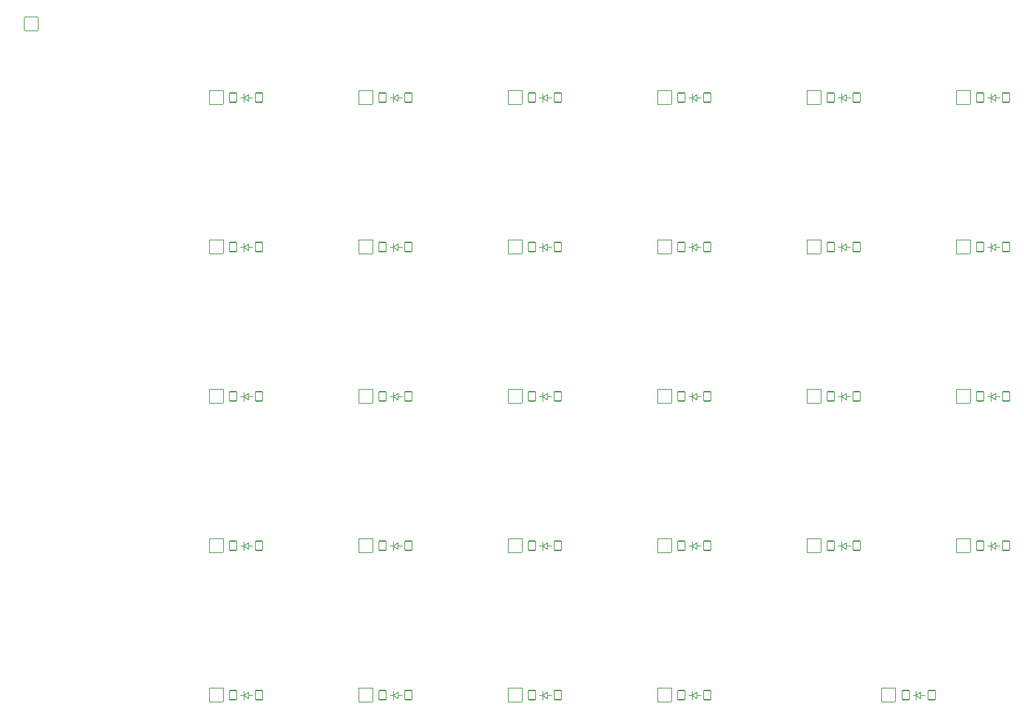
<source format=gbo>
%TF.GenerationSoftware,KiCad,Pcbnew,9.0.4*%
%TF.CreationDate,2025-09-30T19:49:13-05:00*%
%TF.ProjectId,keyboard,6b657962-6f61-4726-942e-6b696361645f,v1.0.0*%
%TF.SameCoordinates,Original*%
%TF.FileFunction,Legend,Bot*%
%TF.FilePolarity,Positive*%
%FSLAX46Y46*%
G04 Gerber Fmt 4.6, Leading zero omitted, Abs format (unit mm)*
G04 Created by KiCad (PCBNEW 9.0.4) date 2025-09-30 19:49:13*
%MOMM*%
%LPD*%
G01*
G04 APERTURE LIST*
G04 Aperture macros list*
%AMRoundRect*
0 Rectangle with rounded corners*
0 $1 Rounding radius*
0 $2 $3 $4 $5 $6 $7 $8 $9 X,Y pos of 4 corners*
0 Add a 4 corners polygon primitive as box body*
4,1,4,$2,$3,$4,$5,$6,$7,$8,$9,$2,$3,0*
0 Add four circle primitives for the rounded corners*
1,1,$1+$1,$2,$3*
1,1,$1+$1,$4,$5*
1,1,$1+$1,$6,$7*
1,1,$1+$1,$8,$9*
0 Add four rect primitives between the rounded corners*
20,1,$1+$1,$2,$3,$4,$5,0*
20,1,$1+$1,$4,$5,$6,$7,0*
20,1,$1+$1,$6,$7,$8,$9,0*
20,1,$1+$1,$8,$9,$2,$3,0*%
G04 Aperture macros list end*
%ADD10C,0.100000*%
%ADD11R,1.752600X1.752600*%
%ADD12C,1.752600*%
%ADD13RoundRect,0.050000X-0.889000X-0.889000X0.889000X-0.889000X0.889000X0.889000X-0.889000X0.889000X0*%
%ADD14RoundRect,0.050000X-0.450000X-0.600000X0.450000X-0.600000X0.450000X0.600000X-0.450000X0.600000X0*%
%ADD15C,2.005000*%
%ADD16C,1.801800*%
%ADD17C,4.087800*%
%ADD18C,2.386000*%
%ADD19RoundRect,0.050000X-0.876300X0.876300X-0.876300X-0.876300X0.876300X-0.876300X0.876300X0.876300X0*%
%ADD20C,1.852600*%
G04 APERTURE END LIST*
D10*
%TO.C,D29*%
X244500000Y-78800000D02*
X244900000Y-78800000D01*
X244900000Y-78800000D02*
X244900000Y-78250000D01*
X244900000Y-78800000D02*
X244900000Y-79350000D01*
X244900000Y-78800000D02*
X245500000Y-78400000D01*
X245500000Y-78400000D02*
X245500000Y-79200000D01*
X245500000Y-78800000D02*
X246000000Y-78800000D01*
X245500000Y-79200000D02*
X244900000Y-78800000D01*
%TO.C,D26*%
X244500000Y-135950000D02*
X244900000Y-135950000D01*
X244900000Y-135950000D02*
X244900000Y-135400000D01*
X244900000Y-135950000D02*
X244900000Y-136500000D01*
X244900000Y-135950000D02*
X245500000Y-135550000D01*
X245500000Y-135550000D02*
X245500000Y-136350000D01*
X245500000Y-135950000D02*
X246000000Y-135950000D01*
X245500000Y-136350000D02*
X244900000Y-135950000D01*
%TO.C,D16*%
X206400000Y-155000000D02*
X206800000Y-155000000D01*
X206800000Y-155000000D02*
X206800000Y-154450000D01*
X206800000Y-155000000D02*
X206800000Y-155550000D01*
X206800000Y-155000000D02*
X207400000Y-154600000D01*
X207400000Y-154600000D02*
X207400000Y-155400000D01*
X207400000Y-155000000D02*
X207900000Y-155000000D01*
X207400000Y-155400000D02*
X206800000Y-155000000D01*
%TO.C,D11*%
X187350000Y-155000000D02*
X187750000Y-155000000D01*
X187750000Y-155000000D02*
X187750000Y-154450000D01*
X187750000Y-155000000D02*
X187750000Y-155550000D01*
X187750000Y-155000000D02*
X188350000Y-154600000D01*
X188350000Y-154600000D02*
X188350000Y-155400000D01*
X188350000Y-155000000D02*
X188850000Y-155000000D01*
X188350000Y-155400000D02*
X187750000Y-155000000D01*
%TO.C,D2*%
X149250000Y-135950000D02*
X149650000Y-135950000D01*
X149650000Y-135950000D02*
X149650000Y-135400000D01*
X149650000Y-135950000D02*
X149650000Y-136500000D01*
X149650000Y-135950000D02*
X150250000Y-135550000D01*
X150250000Y-135550000D02*
X150250000Y-136350000D01*
X150250000Y-135950000D02*
X150750000Y-135950000D01*
X150250000Y-136350000D02*
X149650000Y-135950000D01*
%TO.C,D7*%
X168300000Y-135950000D02*
X168700000Y-135950000D01*
X168700000Y-135950000D02*
X168700000Y-135400000D01*
X168700000Y-135950000D02*
X168700000Y-136500000D01*
X168700000Y-135950000D02*
X169300000Y-135550000D01*
X169300000Y-135550000D02*
X169300000Y-136350000D01*
X169300000Y-135950000D02*
X169800000Y-135950000D01*
X169300000Y-136350000D02*
X168700000Y-135950000D01*
%TO.C,D18*%
X206400000Y-116900000D02*
X206800000Y-116900000D01*
X206800000Y-116900000D02*
X206800000Y-116350000D01*
X206800000Y-116900000D02*
X206800000Y-117450000D01*
X206800000Y-116900000D02*
X207400000Y-116500000D01*
X207400000Y-116500000D02*
X207400000Y-117300000D01*
X207400000Y-116900000D02*
X207900000Y-116900000D01*
X207400000Y-117300000D02*
X206800000Y-116900000D01*
%TO.C,D21*%
X225450000Y-135950000D02*
X225850000Y-135950000D01*
X225850000Y-135950000D02*
X225850000Y-135400000D01*
X225850000Y-135950000D02*
X225850000Y-136500000D01*
X225850000Y-135950000D02*
X226450000Y-135550000D01*
X226450000Y-135550000D02*
X226450000Y-136350000D01*
X226450000Y-135950000D02*
X226950000Y-135950000D01*
X226450000Y-136350000D02*
X225850000Y-135950000D01*
%TO.C,D5*%
X149250000Y-78800000D02*
X149650000Y-78800000D01*
X149650000Y-78800000D02*
X149650000Y-78250000D01*
X149650000Y-78800000D02*
X149650000Y-79350000D01*
X149650000Y-78800000D02*
X150250000Y-78400000D01*
X150250000Y-78400000D02*
X150250000Y-79200000D01*
X150250000Y-78800000D02*
X150750000Y-78800000D01*
X150250000Y-79200000D02*
X149650000Y-78800000D01*
%TO.C,D10*%
X168300000Y-78800000D02*
X168700000Y-78800000D01*
X168700000Y-78800000D02*
X168700000Y-78250000D01*
X168700000Y-78800000D02*
X168700000Y-79350000D01*
X168700000Y-78800000D02*
X169300000Y-78400000D01*
X169300000Y-78400000D02*
X169300000Y-79200000D01*
X169300000Y-78800000D02*
X169800000Y-78800000D01*
X169300000Y-79200000D02*
X168700000Y-78800000D01*
%TO.C,D27*%
X244500000Y-116900000D02*
X244900000Y-116900000D01*
X244900000Y-116900000D02*
X244900000Y-116350000D01*
X244900000Y-116900000D02*
X244900000Y-117450000D01*
X244900000Y-116900000D02*
X245500000Y-116500000D01*
X245500000Y-116500000D02*
X245500000Y-117300000D01*
X245500000Y-116900000D02*
X246000000Y-116900000D01*
X245500000Y-117300000D02*
X244900000Y-116900000D01*
%TO.C,D13*%
X187350000Y-116900000D02*
X187750000Y-116900000D01*
X187750000Y-116900000D02*
X187750000Y-116350000D01*
X187750000Y-116900000D02*
X187750000Y-117450000D01*
X187750000Y-116900000D02*
X188350000Y-116500000D01*
X188350000Y-116500000D02*
X188350000Y-117300000D01*
X188350000Y-116900000D02*
X188850000Y-116900000D01*
X188350000Y-117300000D02*
X187750000Y-116900000D01*
%TO.C,D17*%
X206400000Y-135950000D02*
X206800000Y-135950000D01*
X206800000Y-135950000D02*
X206800000Y-135400000D01*
X206800000Y-135950000D02*
X206800000Y-136500000D01*
X206800000Y-135950000D02*
X207400000Y-135550000D01*
X207400000Y-135550000D02*
X207400000Y-136350000D01*
X207400000Y-135950000D02*
X207900000Y-135950000D01*
X207400000Y-136350000D02*
X206800000Y-135950000D01*
%TO.C,D20*%
X206400000Y-78800000D02*
X206800000Y-78800000D01*
X206800000Y-78800000D02*
X206800000Y-78250000D01*
X206800000Y-78800000D02*
X206800000Y-79350000D01*
X206800000Y-78800000D02*
X207400000Y-78400000D01*
X207400000Y-78400000D02*
X207400000Y-79200000D01*
X207400000Y-78800000D02*
X207900000Y-78800000D01*
X207400000Y-79200000D02*
X206800000Y-78800000D01*
%TO.C,D6*%
X168300000Y-155000000D02*
X168700000Y-155000000D01*
X168700000Y-155000000D02*
X168700000Y-154450000D01*
X168700000Y-155000000D02*
X168700000Y-155550000D01*
X168700000Y-155000000D02*
X169300000Y-154600000D01*
X169300000Y-154600000D02*
X169300000Y-155400000D01*
X169300000Y-155000000D02*
X169800000Y-155000000D01*
X169300000Y-155400000D02*
X168700000Y-155000000D01*
%TO.C,D4*%
X149250000Y-97850000D02*
X149650000Y-97850000D01*
X149650000Y-97850000D02*
X149650000Y-97300000D01*
X149650000Y-97850000D02*
X149650000Y-98400000D01*
X149650000Y-97850000D02*
X150250000Y-97450000D01*
X150250000Y-97450000D02*
X150250000Y-98250000D01*
X150250000Y-97850000D02*
X150750000Y-97850000D01*
X150250000Y-98250000D02*
X149650000Y-97850000D01*
%TO.C,D14*%
X187350000Y-97850000D02*
X187750000Y-97850000D01*
X187750000Y-97850000D02*
X187750000Y-97300000D01*
X187750000Y-97850000D02*
X187750000Y-98400000D01*
X187750000Y-97850000D02*
X188350000Y-97450000D01*
X188350000Y-97450000D02*
X188350000Y-98250000D01*
X188350000Y-97850000D02*
X188850000Y-97850000D01*
X188350000Y-98250000D02*
X187750000Y-97850000D01*
%TO.C,D28*%
X244500000Y-97850000D02*
X244900000Y-97850000D01*
X244900000Y-97850000D02*
X244900000Y-97300000D01*
X244900000Y-97850000D02*
X244900000Y-98400000D01*
X244900000Y-97850000D02*
X245500000Y-97450000D01*
X245500000Y-97450000D02*
X245500000Y-98250000D01*
X245500000Y-97850000D02*
X246000000Y-97850000D01*
X245500000Y-98250000D02*
X244900000Y-97850000D01*
%TO.C,D19*%
X206400000Y-97850000D02*
X206800000Y-97850000D01*
X206800000Y-97850000D02*
X206800000Y-97300000D01*
X206800000Y-97850000D02*
X206800000Y-98400000D01*
X206800000Y-97850000D02*
X207400000Y-97450000D01*
X207400000Y-97450000D02*
X207400000Y-98250000D01*
X207400000Y-97850000D02*
X207900000Y-97850000D01*
X207400000Y-98250000D02*
X206800000Y-97850000D01*
%TO.C,D12*%
X187350000Y-135950000D02*
X187750000Y-135950000D01*
X187750000Y-135950000D02*
X187750000Y-135400000D01*
X187750000Y-135950000D02*
X187750000Y-136500000D01*
X187750000Y-135950000D02*
X188350000Y-135550000D01*
X188350000Y-135550000D02*
X188350000Y-136350000D01*
X188350000Y-135950000D02*
X188850000Y-135950000D01*
X188350000Y-136350000D02*
X187750000Y-135950000D01*
%TO.C,D9*%
X168300000Y-97850000D02*
X168700000Y-97850000D01*
X168700000Y-97850000D02*
X168700000Y-97300000D01*
X168700000Y-97850000D02*
X168700000Y-98400000D01*
X168700000Y-97850000D02*
X169300000Y-97450000D01*
X169300000Y-97450000D02*
X169300000Y-98250000D01*
X169300000Y-97850000D02*
X169800000Y-97850000D01*
X169300000Y-98250000D02*
X168700000Y-97850000D01*
%TO.C,D3*%
X149250000Y-116900000D02*
X149650000Y-116900000D01*
X149650000Y-116900000D02*
X149650000Y-116350000D01*
X149650000Y-116900000D02*
X149650000Y-117450000D01*
X149650000Y-116900000D02*
X150250000Y-116500000D01*
X150250000Y-116500000D02*
X150250000Y-117300000D01*
X150250000Y-116900000D02*
X150750000Y-116900000D01*
X150250000Y-117300000D02*
X149650000Y-116900000D01*
%TO.C,D22*%
X225450000Y-116900000D02*
X225850000Y-116900000D01*
X225850000Y-116900000D02*
X225850000Y-116350000D01*
X225850000Y-116900000D02*
X225850000Y-117450000D01*
X225850000Y-116900000D02*
X226450000Y-116500000D01*
X226450000Y-116500000D02*
X226450000Y-117300000D01*
X226450000Y-116900000D02*
X226950000Y-116900000D01*
X226450000Y-117300000D02*
X225850000Y-116900000D01*
%TO.C,D8*%
X168300000Y-116900000D02*
X168700000Y-116900000D01*
X168700000Y-116900000D02*
X168700000Y-116350000D01*
X168700000Y-116900000D02*
X168700000Y-117450000D01*
X168700000Y-116900000D02*
X169300000Y-116500000D01*
X169300000Y-116500000D02*
X169300000Y-117300000D01*
X169300000Y-116900000D02*
X169800000Y-116900000D01*
X169300000Y-117300000D02*
X168700000Y-116900000D01*
%TO.C,D23*%
X225450000Y-97850000D02*
X225850000Y-97850000D01*
X225850000Y-97850000D02*
X225850000Y-97300000D01*
X225850000Y-97850000D02*
X225850000Y-98400000D01*
X225850000Y-97850000D02*
X226450000Y-97450000D01*
X226450000Y-97450000D02*
X226450000Y-98250000D01*
X226450000Y-97850000D02*
X226950000Y-97850000D01*
X226450000Y-98250000D02*
X225850000Y-97850000D01*
%TO.C,D15*%
X187350000Y-78800000D02*
X187750000Y-78800000D01*
X187750000Y-78800000D02*
X187750000Y-78250000D01*
X187750000Y-78800000D02*
X187750000Y-79350000D01*
X187750000Y-78800000D02*
X188350000Y-78400000D01*
X188350000Y-78400000D02*
X188350000Y-79200000D01*
X188350000Y-78800000D02*
X188850000Y-78800000D01*
X188350000Y-79200000D02*
X187750000Y-78800000D01*
%TO.C,D1*%
X149250000Y-155000000D02*
X149650000Y-155000000D01*
X149650000Y-155000000D02*
X149650000Y-154450000D01*
X149650000Y-155000000D02*
X149650000Y-155550000D01*
X149650000Y-155000000D02*
X150250000Y-154600000D01*
X150250000Y-154600000D02*
X150250000Y-155400000D01*
X150250000Y-155000000D02*
X150750000Y-155000000D01*
X150250000Y-155400000D02*
X149650000Y-155000000D01*
%TO.C,D24*%
X225450000Y-78800000D02*
X225850000Y-78800000D01*
X225850000Y-78800000D02*
X225850000Y-78250000D01*
X225850000Y-78800000D02*
X225850000Y-79350000D01*
X225850000Y-78800000D02*
X226450000Y-78400000D01*
X226450000Y-78400000D02*
X226450000Y-79200000D01*
X226450000Y-78800000D02*
X226950000Y-78800000D01*
X226450000Y-79200000D02*
X225850000Y-78800000D01*
%TO.C,D25*%
X234975000Y-155000000D02*
X235375000Y-155000000D01*
X235375000Y-155000000D02*
X235375000Y-154450000D01*
X235375000Y-155000000D02*
X235375000Y-155550000D01*
X235375000Y-155000000D02*
X235975000Y-154600000D01*
X235975000Y-154600000D02*
X235975000Y-155400000D01*
X235975000Y-155000000D02*
X236475000Y-155000000D01*
X235975000Y-155400000D02*
X235375000Y-155000000D01*
%TD*%
D11*
%TO.C,MCU1*%
X122580000Y-69355000D03*
D12*
X122580000Y-71895000D03*
X122580000Y-74435000D03*
X122580000Y-76975000D03*
X122580000Y-79515000D03*
X122580000Y-82055000D03*
X122580000Y-84595000D03*
X122580000Y-87135000D03*
X122580000Y-89675000D03*
X122580000Y-92215000D03*
X122580000Y-94755000D03*
X122580000Y-97295000D03*
X137820000Y-69355000D03*
X137820000Y-71895000D03*
X137820000Y-74435000D03*
X137820000Y-76975000D03*
X137820000Y-79515000D03*
X137820000Y-82055000D03*
X137820000Y-84595000D03*
X137820000Y-87135000D03*
X137820000Y-89675000D03*
X137820000Y-92215000D03*
X137820000Y-94755000D03*
X137820000Y-97295000D03*
%TD*%
%LPC*%
D13*
%TO.C,D29*%
X241440000Y-78800000D03*
D14*
X243600000Y-78800000D03*
X246900000Y-78800000D03*
D15*
X249060000Y-78800000D03*
%TD*%
D13*
%TO.C,D26*%
X241440000Y-135950000D03*
D14*
X243600000Y-135950000D03*
X246900000Y-135950000D03*
D15*
X249060000Y-135950000D03*
%TD*%
D16*
%TO.C,S3*%
X144920000Y-111900000D03*
D17*
X150000000Y-111900000D03*
D16*
X155080000Y-111900000D03*
D18*
X152540000Y-106820000D03*
X146190000Y-109360000D03*
%TD*%
D16*
%TO.C,S25*%
X230645000Y-150000000D03*
D17*
X235725000Y-150000000D03*
D16*
X240805000Y-150000000D03*
D18*
X238265000Y-144920000D03*
X231915000Y-147460000D03*
%TD*%
D16*
%TO.C,S4*%
X144920000Y-92850000D03*
D17*
X150000000Y-92850000D03*
D16*
X155080000Y-92850000D03*
D18*
X152540000Y-87770000D03*
X146190000Y-90310000D03*
%TD*%
D16*
%TO.C,S20*%
X202070000Y-73800000D03*
D17*
X207150000Y-73800000D03*
D16*
X212230000Y-73800000D03*
D18*
X209690000Y-68720000D03*
X203340000Y-71260000D03*
%TD*%
D16*
%TO.C,S16*%
X202070000Y-150000000D03*
D17*
X207150000Y-150000000D03*
D16*
X212230000Y-150000000D03*
D18*
X209690000Y-144920000D03*
X203340000Y-147460000D03*
%TD*%
D13*
%TO.C,D16*%
X203340000Y-155000000D03*
D14*
X205500000Y-155000000D03*
X208800000Y-155000000D03*
D15*
X210960000Y-155000000D03*
%TD*%
D16*
%TO.C,S22*%
X221120000Y-111900000D03*
D17*
X226200000Y-111900000D03*
D16*
X231280000Y-111900000D03*
D18*
X228740000Y-106820000D03*
X222390000Y-109360000D03*
%TD*%
D13*
%TO.C,D11*%
X184290000Y-155000000D03*
D14*
X186450000Y-155000000D03*
X189750000Y-155000000D03*
D15*
X191910000Y-155000000D03*
%TD*%
D13*
%TO.C,D2*%
X146190000Y-135950000D03*
D14*
X148350000Y-135950000D03*
X151650000Y-135950000D03*
D15*
X153810000Y-135950000D03*
%TD*%
D13*
%TO.C,D7*%
X165240000Y-135950000D03*
D14*
X167400000Y-135950000D03*
X170700000Y-135950000D03*
D15*
X172860000Y-135950000D03*
%TD*%
D16*
%TO.C,S24*%
X221120000Y-73800000D03*
D17*
X226200000Y-73800000D03*
D16*
X231280000Y-73800000D03*
D18*
X228740000Y-68720000D03*
X222390000Y-71260000D03*
%TD*%
D16*
%TO.C,S18*%
X202070000Y-111900000D03*
D17*
X207150000Y-111900000D03*
D16*
X212230000Y-111900000D03*
D18*
X209690000Y-106820000D03*
X203340000Y-109360000D03*
%TD*%
D13*
%TO.C,D18*%
X203340000Y-116900000D03*
D14*
X205500000Y-116900000D03*
X208800000Y-116900000D03*
D15*
X210960000Y-116900000D03*
%TD*%
D16*
%TO.C,S10*%
X163970000Y-73800000D03*
D17*
X169050000Y-73800000D03*
D16*
X174130000Y-73800000D03*
D18*
X171590000Y-68720000D03*
X165240000Y-71260000D03*
%TD*%
D16*
%TO.C,S7*%
X163970000Y-130950000D03*
D17*
X169050000Y-130950000D03*
D16*
X174130000Y-130950000D03*
D18*
X171590000Y-125870000D03*
X165240000Y-128410000D03*
%TD*%
D13*
%TO.C,D21*%
X222390000Y-135950000D03*
D14*
X224550000Y-135950000D03*
X227850000Y-135950000D03*
D15*
X230010000Y-135950000D03*
%TD*%
D13*
%TO.C,D5*%
X146190000Y-78800000D03*
D14*
X148350000Y-78800000D03*
X151650000Y-78800000D03*
D15*
X153810000Y-78800000D03*
%TD*%
D13*
%TO.C,D10*%
X165240000Y-78800000D03*
D14*
X167400000Y-78800000D03*
X170700000Y-78800000D03*
D15*
X172860000Y-78800000D03*
%TD*%
D16*
%TO.C,S2*%
X144920000Y-130950000D03*
D17*
X150000000Y-130950000D03*
D16*
X155080000Y-130950000D03*
D18*
X152540000Y-125870000D03*
X146190000Y-128410000D03*
%TD*%
D13*
%TO.C,D27*%
X241440000Y-116900000D03*
D14*
X243600000Y-116900000D03*
X246900000Y-116900000D03*
D15*
X249060000Y-116900000D03*
%TD*%
D16*
%TO.C,S13*%
X183020000Y-111900000D03*
D17*
X188100000Y-111900000D03*
D16*
X193180000Y-111900000D03*
D18*
X190640000Y-106820000D03*
X184290000Y-109360000D03*
%TD*%
D16*
%TO.C,S17*%
X202070000Y-130950000D03*
D17*
X207150000Y-130950000D03*
D16*
X212230000Y-130950000D03*
D18*
X209690000Y-125870000D03*
X203340000Y-128410000D03*
%TD*%
D13*
%TO.C,D13*%
X184290000Y-116900000D03*
D14*
X186450000Y-116900000D03*
X189750000Y-116900000D03*
D15*
X191910000Y-116900000D03*
%TD*%
D16*
%TO.C,S1*%
X144920000Y-150000000D03*
D17*
X150000000Y-150000000D03*
D16*
X155080000Y-150000000D03*
D18*
X152540000Y-144920000D03*
X146190000Y-147460000D03*
%TD*%
D16*
%TO.C,S5*%
X144920000Y-73800000D03*
D17*
X150000000Y-73800000D03*
D16*
X155080000Y-73800000D03*
D18*
X152540000Y-68720000D03*
X146190000Y-71260000D03*
%TD*%
D16*
%TO.C,S27*%
X240170000Y-111900000D03*
D17*
X245250000Y-111900000D03*
D16*
X250330000Y-111900000D03*
D18*
X247790000Y-106820000D03*
X241440000Y-109360000D03*
%TD*%
D13*
%TO.C,D17*%
X203340000Y-135950000D03*
D14*
X205500000Y-135950000D03*
X208800000Y-135950000D03*
D15*
X210960000Y-135950000D03*
%TD*%
D16*
%TO.C,S23*%
X221120000Y-92850000D03*
D17*
X226200000Y-92850000D03*
D16*
X231280000Y-92850000D03*
D18*
X228740000Y-87770000D03*
X222390000Y-90310000D03*
%TD*%
D16*
%TO.C,S28*%
X240170000Y-92850000D03*
D17*
X245250000Y-92850000D03*
D16*
X250330000Y-92850000D03*
D18*
X247790000Y-87770000D03*
X241440000Y-90310000D03*
%TD*%
D16*
%TO.C,S9*%
X163970000Y-92850000D03*
D17*
X169050000Y-92850000D03*
D16*
X174130000Y-92850000D03*
D18*
X171590000Y-87770000D03*
X165240000Y-90310000D03*
%TD*%
D16*
%TO.C,S8*%
X163970000Y-111900000D03*
D17*
X169050000Y-111900000D03*
D16*
X174130000Y-111900000D03*
D18*
X171590000Y-106820000D03*
X165240000Y-109360000D03*
%TD*%
D13*
%TO.C,D20*%
X203340000Y-78800000D03*
D14*
X205500000Y-78800000D03*
X208800000Y-78800000D03*
D15*
X210960000Y-78800000D03*
%TD*%
D16*
%TO.C,S29*%
X240170000Y-73800000D03*
D17*
X245250000Y-73800000D03*
D16*
X250330000Y-73800000D03*
D18*
X247790000Y-68720000D03*
X241440000Y-71260000D03*
%TD*%
D13*
%TO.C,D6*%
X165240000Y-155000000D03*
D14*
X167400000Y-155000000D03*
X170700000Y-155000000D03*
D15*
X172860000Y-155000000D03*
%TD*%
D19*
%TO.C,MCU1*%
X122580000Y-69355000D03*
D20*
X122580000Y-71895000D03*
X122580000Y-74435000D03*
X122580000Y-76975000D03*
X122580000Y-79515000D03*
X122580000Y-82055000D03*
X122580000Y-84595000D03*
X122580000Y-87135000D03*
X122580000Y-89675000D03*
X122580000Y-92215000D03*
X122580000Y-94755000D03*
X122580000Y-97295000D03*
X137820000Y-69355000D03*
X137820000Y-71895000D03*
X137820000Y-74435000D03*
X137820000Y-76975000D03*
X137820000Y-79515000D03*
X137820000Y-82055000D03*
X137820000Y-84595000D03*
X137820000Y-87135000D03*
X137820000Y-89675000D03*
X137820000Y-92215000D03*
X137820000Y-94755000D03*
X137820000Y-97295000D03*
%TD*%
D16*
%TO.C,S11*%
X183020000Y-150000000D03*
D17*
X188100000Y-150000000D03*
D16*
X193180000Y-150000000D03*
D18*
X190640000Y-144920000D03*
X184290000Y-147460000D03*
%TD*%
D13*
%TO.C,D4*%
X146190000Y-97850000D03*
D14*
X148350000Y-97850000D03*
X151650000Y-97850000D03*
D15*
X153810000Y-97850000D03*
%TD*%
D13*
%TO.C,D14*%
X184290000Y-97850000D03*
D14*
X186450000Y-97850000D03*
X189750000Y-97850000D03*
D15*
X191910000Y-97850000D03*
%TD*%
D13*
%TO.C,D28*%
X241440000Y-97850000D03*
D14*
X243600000Y-97850000D03*
X246900000Y-97850000D03*
D15*
X249060000Y-97850000D03*
%TD*%
D13*
%TO.C,D19*%
X203340000Y-97850000D03*
D14*
X205500000Y-97850000D03*
X208800000Y-97850000D03*
D15*
X210960000Y-97850000D03*
%TD*%
D13*
%TO.C,D12*%
X184290000Y-135950000D03*
D14*
X186450000Y-135950000D03*
X189750000Y-135950000D03*
D15*
X191910000Y-135950000D03*
%TD*%
D13*
%TO.C,D9*%
X165240000Y-97850000D03*
D14*
X167400000Y-97850000D03*
X170700000Y-97850000D03*
D15*
X172860000Y-97850000D03*
%TD*%
D13*
%TO.C,D3*%
X146190000Y-116900000D03*
D14*
X148350000Y-116900000D03*
X151650000Y-116900000D03*
D15*
X153810000Y-116900000D03*
%TD*%
D16*
%TO.C,S6*%
X163970000Y-150000000D03*
D17*
X169050000Y-150000000D03*
D16*
X174130000Y-150000000D03*
D18*
X171590000Y-144920000D03*
X165240000Y-147460000D03*
%TD*%
D16*
%TO.C,S12*%
X183020000Y-130950000D03*
D17*
X188100000Y-130950000D03*
D16*
X193180000Y-130950000D03*
D18*
X190640000Y-125870000D03*
X184290000Y-128410000D03*
%TD*%
D13*
%TO.C,D22*%
X222390000Y-116900000D03*
D14*
X224550000Y-116900000D03*
X227850000Y-116900000D03*
D15*
X230010000Y-116900000D03*
%TD*%
D13*
%TO.C,D8*%
X165240000Y-116900000D03*
D14*
X167400000Y-116900000D03*
X170700000Y-116900000D03*
D15*
X172860000Y-116900000D03*
%TD*%
D13*
%TO.C,D23*%
X222390000Y-97850000D03*
D14*
X224550000Y-97850000D03*
X227850000Y-97850000D03*
D15*
X230010000Y-97850000D03*
%TD*%
D16*
%TO.C,S15*%
X183020000Y-73800000D03*
D17*
X188100000Y-73800000D03*
D16*
X193180000Y-73800000D03*
D18*
X190640000Y-68720000D03*
X184290000Y-71260000D03*
%TD*%
D16*
%TO.C,S14*%
X183020000Y-92850000D03*
D17*
X188100000Y-92850000D03*
D16*
X193180000Y-92850000D03*
D18*
X190640000Y-87770000D03*
X184290000Y-90310000D03*
%TD*%
D16*
%TO.C,S21*%
X221120000Y-130950000D03*
D17*
X226200000Y-130950000D03*
D16*
X231280000Y-130950000D03*
D18*
X228740000Y-125870000D03*
X222390000Y-128410000D03*
%TD*%
D13*
%TO.C,D15*%
X184290000Y-78800000D03*
D14*
X186450000Y-78800000D03*
X189750000Y-78800000D03*
D15*
X191910000Y-78800000D03*
%TD*%
D13*
%TO.C,D1*%
X146190000Y-155000000D03*
D14*
X148350000Y-155000000D03*
X151650000Y-155000000D03*
D15*
X153810000Y-155000000D03*
%TD*%
D16*
%TO.C,S26*%
X240170000Y-130950000D03*
D17*
X245250000Y-130950000D03*
D16*
X250330000Y-130950000D03*
D18*
X247790000Y-125870000D03*
X241440000Y-128410000D03*
%TD*%
D13*
%TO.C,D24*%
X222390000Y-78800000D03*
D14*
X224550000Y-78800000D03*
X227850000Y-78800000D03*
D15*
X230010000Y-78800000D03*
%TD*%
D16*
%TO.C,S19*%
X202070000Y-92850000D03*
D17*
X207150000Y-92850000D03*
D16*
X212230000Y-92850000D03*
D18*
X209690000Y-87770000D03*
X203340000Y-90310000D03*
%TD*%
D13*
%TO.C,D25*%
X231915000Y-155000000D03*
D14*
X234075000Y-155000000D03*
X237375000Y-155000000D03*
D15*
X239535000Y-155000000D03*
%TD*%
%LPD*%
M02*

</source>
